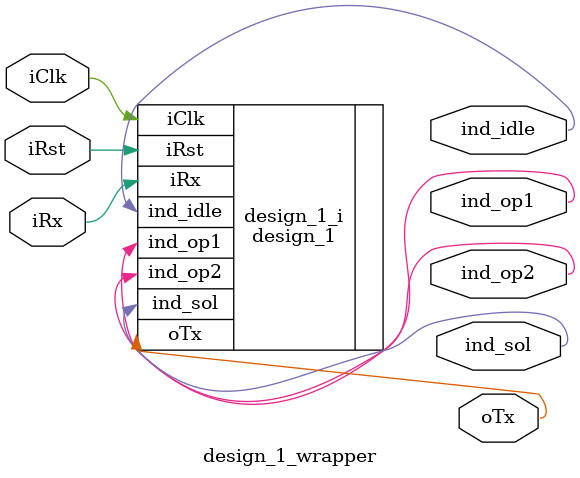
<source format=v>
`timescale 1 ps / 1 ps

module design_1_wrapper
   (iClk,
    iRst,
    iRx,
    ind_idle,
    ind_op1,
    ind_op2,
    ind_sol,
    oTx);
  input iClk;
  input iRst;
  input iRx;
  output ind_idle;
  output ind_op1;
  output ind_op2;
  output ind_sol;
  output oTx;

  wire iClk;
  wire iRst;
  wire iRx;
  wire ind_idle;
  wire ind_op1;
  wire ind_op2;
  wire ind_sol;
  wire oTx;

  design_1 design_1_i
       (.iClk(iClk),
        .iRst(iRst),
        .iRx(iRx),
        .ind_idle(ind_idle),
        .ind_op1(ind_op1),
        .ind_op2(ind_op2),
        .ind_sol(ind_sol),
        .oTx(oTx));
endmodule

</source>
